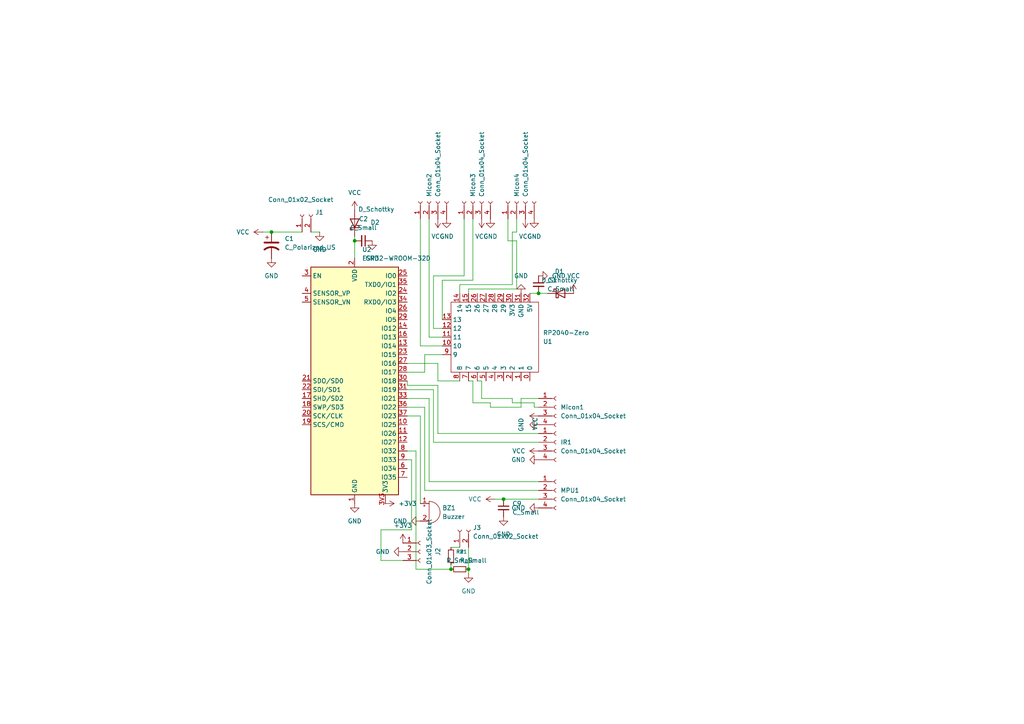
<source format=kicad_sch>
(kicad_sch (version 20250114) (generator "eeschema") (generator_version "9.0")
  (paper "A4")
  (lib_symbols
    (symbol "Connector:Conn_01x02_Socket" (pin_names (offset 1.016) (hide yes))
      (property "Reference" "J" (at 0 2.54 0))
      (property "Value" "Conn_01x02_Socket" (at 0 -5.08 0))
      (symbol "Conn_01x02_Socket_1_1"
        (polyline (pts (xy -1.27 0) (xy -0.508 0)) (stroke (width 0.1524)))
        (polyline (pts (xy -1.27 -2.54) (xy -0.508 -2.54)) (stroke (width 0.1524)))
        (arc (start 0 -0.508) (mid -0.5058 0) (end 0 0.508) (stroke (width 0.1524)))
        (arc (start 0 -3.048) (mid -0.5058 -2.54) (end 0 -2.032) (stroke (width 0.1524)))
        (pin passive line (at -5.08 0 0) (length 3.81) (name "Pin_1") (number "1"))
        (pin passive line (at -5.08 -2.54 0) (length 3.81) (name "Pin_2") (number "2"))
      )
    )
    (symbol "Connector:Conn_01x03_Socket" (pin_names (offset 1.016) (hide yes))
      (property "Reference" "J" (at 0 5.08 0))
      (property "Value" "Conn_01x03_Socket" (at 0 -5.08 0))
      (symbol "Conn_01x03_Socket_1_1"
        (polyline (pts (xy -1.27 2.54) (xy -0.508 2.54)) (stroke (width 0.1524)))
        (polyline (pts (xy -1.27 0) (xy -0.508 0)) (stroke (width 0.1524)))
        (polyline (pts (xy -1.27 -2.54) (xy -0.508 -2.54)) (stroke (width 0.1524)))
        (arc (start 0 2.032) (mid -0.5058 2.54) (end 0 3.048) (stroke (width 0.1524)))
        (arc (start 0 -0.508) (mid -0.5058 0) (end 0 0.508) (stroke (width 0.1524)))
        (arc (start 0 -3.048) (mid -0.5058 -2.54) (end 0 -2.032) (stroke (width 0.1524)))
        (pin passive line (at -5.08 2.54 0) (length 3.81) (name "Pin_1") (number "1"))
        (pin passive line (at -5.08 0 0) (length 3.81) (name "Pin_2") (number "2"))
        (pin passive line (at -5.08 -2.54 0) (length 3.81) (name "Pin_3") (number "3"))
      )
    )
    (symbol "Connector:Conn_01x04_Socket" (pin_names (offset 1.016) (hide yes))
      (property "Reference" "J" (at 0 5.08 0))
      (property "Value" "Conn_01x04_Socket" (at 0 -7.62 0))
      (symbol "Conn_01x04_Socket_1_1"
        (polyline (pts (xy -1.27 2.54) (xy -0.508 2.54)) (stroke (width 0.1524)))
        (polyline (pts (xy -1.27 0) (xy -0.508 0)) (stroke (width 0.1524)))
        (polyline (pts (xy -1.27 -2.54) (xy -0.508 -2.54)) (stroke (width 0.1524)))
        (polyline (pts (xy -1.27 -5.08) (xy -0.508 -5.08)) (stroke (width 0.1524)))
        (arc (start 0 2.032) (mid -0.5058 2.54) (end 0 3.048) (stroke (width 0.1524)))
        (arc (start 0 -0.508) (mid -0.5058 0) (end 0 0.508) (stroke (width 0.1524)))
        (arc (start 0 -3.048) (mid -0.5058 -2.54) (end 0 -2.032) (stroke (width 0.1524)))
        (arc (start 0 -5.588) (mid -0.5058 -5.08) (end 0 -4.572) (stroke (width 0.1524)))
        (pin passive line (at -5.08 2.54 0) (length 3.81) (name "Pin_1") (number "1"))
        (pin passive line (at -5.08 0 0) (length 3.81) (name "Pin_2") (number "2"))
        (pin passive line (at -5.08 -2.54 0) (length 3.81) (name "Pin_3") (number "3"))
        (pin passive line (at -5.08 -5.08 0) (length 3.81) (name "Pin_4") (number "4"))
      )
    )
    (symbol "Device:Buzzer" (pin_names (offset 0.0254) (hide yes))
      (property "Reference" "BZ" (at 3.81 1.27 0))
      (property "Value" "Buzzer" (at 3.81 -1.27 0))
      (symbol "Buzzer_0_1"
        (polyline (pts (xy -1.651 1.905) (xy -1.143 1.905)))
        (polyline (pts (xy -1.397 2.159) (xy -1.397 1.651)))
        (arc (start 0 3.175) (mid 3.1612 0) (end 0 -3.175))
        (polyline (pts (xy 0 3.175) (xy 0 -3.175)))
      )
      (symbol "Buzzer_1_1"
        (pin passive line (at -2.54 2.54 0) (length 2.54) (name "+") (number "1"))
        (pin passive line (at -2.54 -2.54 0) (length 2.54) (name "-") (number "2"))
      )
    )
    (symbol "Device:C_Polarized_US" (pin_numbers (hide yes)) (pin_names (offset 0.254) (hide yes))
      (property "Reference" "C" (at 0.635 2.54 0))
      (property "Value" "C_Polarized_US" (at 0.635 -2.54 0))
      (symbol "C_Polarized_US_0_1"
        (polyline (pts (xy -2.032 0.762) (xy 2.032 0.762)) (stroke (width 0.508)))
        (polyline (pts (xy -1.778 2.286) (xy -0.762 2.286)))
        (polyline (pts (xy -1.27 1.778) (xy -1.27 2.794)))
        (arc (start -2.032 -1.27) (mid 0 -0.5572) (end 2.032 -1.27) (stroke (width 0.508)))
      )
      (symbol "C_Polarized_US_1_1"
        (pin passive line (at 0 3.81 270) (length 2.794) (name "~") (number "1"))
        (pin passive line (at 0 -3.81 90) (length 3.302) (name "~") (number "2"))
      )
    )
    (symbol "Device:C_Small" (pin_numbers (hide yes)) (pin_names (offset 0.254) (hide yes))
      (property "Reference" "C" (at 0.254 1.778 0))
      (property "Value" "C_Small" (at 0.254 -2.032 0))
      (symbol "C_Small_0_1"
        (polyline (pts (xy -1.524 0.508) (xy 1.524 0.508)) (stroke (width 0.3048)))
        (polyline (pts (xy -1.524 -0.508) (xy 1.524 -0.508)) (stroke (width 0.3302)))
      )
      (symbol "C_Small_1_1"
        (pin passive line (at 0 2.54 270) (length 2.032) (name "~") (number "1"))
        (pin passive line (at 0 -2.54 90) (length 2.032) (name "~") (number "2"))
      )
    )
    (symbol "Device:D_Schottky" (pin_numbers (hide yes)) (pin_names (offset 1.016) (hide yes))
      (property "Reference" "D" (at 0 2.54 0))
      (property "Value" "D_Schottky" (at 0 -2.54 0))
      (symbol "D_Schottky_0_1"
        (polyline (pts (xy -1.905 0.635) (xy -1.905 1.27) (xy -1.27 1.27) (xy -1.27 -1.27) (xy -0.635 -1.27) (xy -0.635 -0.635)) (stroke (width 0.254)))
        (polyline (pts (xy 1.27 1.27) (xy 1.27 -1.27) (xy -1.27 0) (xy 1.27 1.27)) (stroke (width 0.254)))
        (polyline (pts (xy 1.27 0) (xy -1.27 0)))
      )
      (symbol "D_Schottky_1_1"
        (pin passive line (at -3.81 0 0) (length 2.54) (name "K") (number "1"))
        (pin passive line (at 3.81 0 180) (length 2.54) (name "A") (number "2"))
      )
    )
    (symbol "Device:R_Small" (pin_numbers (hide yes)) (pin_names (offset 0.254) (hide yes))
      (property "Reference" "R" (at 0 0 90))
      (property "Value" "R_Small" (at 1.778 0 90))
      (symbol "R_Small_0_1"
        (rectangle (start -0.762 1.778) (end 0.762 -1.778) (stroke (width 0.2032)))
      )
      (symbol "R_Small_1_1"
        (pin passive line (at 0 2.54 270) (length 0.762) (name "~") (number "1"))
        (pin passive line (at 0 -2.54 90) (length 0.762) (name "~") (number "2"))
      )
    )
    (symbol "RF_Module:ESP32-WROOM-32D"
      (property "Reference" "U2" (at 2.1433 38.1 0))
      (property "Value" "ESP32-WROOM-32D" (at 2.1433 35.56 0))
      (symbol "ESP32-WROOM-32D_0_1"
        (rectangle (start -12.7 33.02) (end 12.7 -33.02) (stroke (width 0.254)) (fill (type background)))
      )
      (symbol "ESP32-WROOM-32D_1_1"
        (pin input line (at -15.24 30.48 0) (length 2.54) (name "EN") (number "3"))
        (pin input line (at -15.24 25.4 0) (length 2.54) (name "SENSOR_VP") (number "4"))
        (pin input line (at -15.24 22.86 0) (length 2.54) (name "SENSOR_VN") (number "5"))
        (pin bidirectional line (at -15.24 0 0) (length 2.54) (name "SDO/SD0") (number "21"))
        (pin bidirectional line (at -15.24 -2.54 0) (length 2.54) (name "SDI/SD1") (number "22"))
        (pin bidirectional line (at -15.24 -5.08 0) (length 2.54) (name "SHD/SD2") (number "17"))
        (pin bidirectional line (at -15.24 -7.62 0) (length 2.54) (name "SWP/SD3") (number "18"))
        (pin bidirectional line (at -15.24 -10.16 0) (length 2.54) (name "SCK/CLK") (number "20"))
        (pin bidirectional line (at -15.24 -12.7 0) (length 2.54) (name "SCS/CMD") (number "19"))
        (pin no_connect line (at -12.7 -27.94 0) (length 2.54) (hide yes) (name "NC") (number "32"))
        (pin power_in line (at 0 35.56 270) (length 2.54) (name "VDD") (number "2"))
        (pin power_in line (at 0 -35.56 90) (length 2.54) (name "GND") (number "1"))
        (pin passive line (at 0 -35.56 90) (length 2.54) (hide yes) (name "GND") (number "15"))
        (pin passive line (at 0 -35.56 90) (length 2.54) (hide yes) (name "GND") (number "38"))
        (pin passive line (at 0 -35.56 90) (length 2.54) (hide yes) (name "GND") (number "39"))
        (pin power_out line (at 8.89 -35.56 90) (length 2.54) (name "3V3") (number "3V3"))
        (pin bidirectional line (at 15.24 30.48 180) (length 2.54) (name "IO0") (number "25"))
        (pin bidirectional line (at 15.24 27.94 180) (length 2.54) (name "TXD0/IO1") (number "35"))
        (pin bidirectional line (at 15.24 25.4 180) (length 2.54) (name "IO2") (number "24"))
        (pin bidirectional line (at 15.24 22.86 180) (length 2.54) (name "RXD0/IO3") (number "34"))
        (pin bidirectional line (at 15.24 20.32 180) (length 2.54) (name "IO4") (number "26"))
        (pin bidirectional line (at 15.24 17.78 180) (length 2.54) (name "IO5") (number "29"))
        (pin bidirectional line (at 15.24 15.24 180) (length 2.54) (name "IO12") (number "14"))
        (pin bidirectional line (at 15.24 12.7 180) (length 2.54) (name "IO13") (number "16"))
        (pin bidirectional line (at 15.24 10.16 180) (length 2.54) (name "IO14") (number "13"))
        (pin bidirectional line (at 15.24 7.62 180) (length 2.54) (name "IO15") (number "23"))
        (pin bidirectional line (at 15.24 5.08 180) (length 2.54) (name "IO16") (number "27"))
        (pin bidirectional line (at 15.24 2.54 180) (length 2.54) (name "IO17") (number "28"))
        (pin bidirectional line (at 15.24 0 180) (length 2.54) (name "IO18") (number "30"))
        (pin bidirectional line (at 15.24 -2.54 180) (length 2.54) (name "IO19") (number "31"))
        (pin bidirectional line (at 15.24 -5.08 180) (length 2.54) (name "IO21") (number "33"))
        (pin bidirectional line (at 15.24 -7.62 180) (length 2.54) (name "IO22") (number "36"))
        (pin bidirectional line (at 15.24 -10.16 180) (length 2.54) (name "IO23") (number "37"))
        (pin bidirectional line (at 15.24 -12.7 180) (length 2.54) (name "IO25") (number "10"))
        (pin bidirectional line (at 15.24 -15.24 180) (length 2.54) (name "IO26") (number "11"))
        (pin bidirectional line (at 15.24 -17.78 180) (length 2.54) (name "IO27") (number "12"))
        (pin bidirectional line (at 15.24 -20.32 180) (length 2.54) (name "IO32") (number "8"))
        (pin bidirectional line (at 15.24 -22.86 180) (length 2.54) (name "IO33") (number "9"))
        (pin input line (at 15.24 -25.4 180) (length 2.54) (name "IO34") (number "6"))
        (pin input line (at 15.24 -27.94 180) (length 2.54) (name "IO35") (number "7"))
      )
    )
    (symbol "isw-mcu:RP2040-Zero"
      (property "Reference" "U" (at 0 17.78 0))
      (property "Value" "RP2040-Zero" (at 0 15.24 0))
      (symbol "RP2040-Zero_0_1"
        (rectangle (start -10.16 12.7) (end 10.16 -12.7))
      )
      (symbol "RP2040-Zero_1_1"
        (pin power_out line (at -12.7 10.16 0) (length 2.54) (name "5V") (number "32"))
        (pin power_in line (at -12.7 7.62 0) (length 2.54) (name "GND") (number "31"))
        (pin power_out line (at -12.7 5.08 0) (length 2.54) (name "3V3") (number "30"))
        (pin bidirectional line (at -12.7 2.54 0) (length 2.54) (name "29") (number "29"))
        (pin bidirectional line (at -12.7 0 0) (length 2.54) (name "28") (number "28"))
        (pin bidirectional line (at -12.7 -2.54 0) (length 2.54) (name "27") (number "27"))
        (pin bidirectional line (at -12.7 -5.08 0) (length 2.54) (name "26") (number "26"))
        (pin bidirectional line (at -12.7 -7.62 0) (length 2.54) (name "15") (number "15"))
        (pin bidirectional line (at -12.7 -10.16 0) (length 2.54) (name "14") (number "14"))
        (pin bidirectional line (at -5.08 -15.24 90) (length 2.54) (name "13") (number "13"))
        (pin bidirectional line (at -2.54 -15.24 90) (length 2.54) (name "12") (number "12"))
        (pin bidirectional line (at 0 -15.24 90) (length 2.54) (name "11") (number "11"))
        (pin bidirectional line (at 2.54 -15.24 90) (length 2.54) (name "10") (number "10"))
        (pin bidirectional line (at 5.08 -15.24 90) (length 2.54) (name "9") (number "9"))
        (pin tri_state line (at 12.7 10.16 180) (length 2.54) (name "0") (number "0"))
        (pin bidirectional line (at 12.7 7.62 180) (length 2.54) (name "1") (number "1"))
        (pin bidirectional line (at 12.7 5.08 180) (length 2.54) (name "2") (number "2"))
        (pin bidirectional line (at 12.7 2.54 180) (length 2.54) (name "3") (number "3"))
        (pin bidirectional line (at 12.7 0 180) (length 2.54) (name "4") (number "4"))
        (pin bidirectional line (at 12.7 -2.54 180) (length 2.54) (name "5") (number "5"))
        (pin bidirectional line (at 12.7 -5.08 180) (length 2.54) (name "6") (number "6"))
        (pin bidirectional line (at 12.7 -7.62 180) (length 2.54) (name "7") (number "7"))
        (pin bidirectional line (at 12.7 -10.16 180) (length 2.54) (name "8") (number "8"))
      )
    )
    (symbol "power:+3V3" (power) (pin_numbers (hide yes)) (pin_names (offset 0) (hide yes))
      (property "Value" "+3V3" (at 0 3.556 0))
      (symbol "+3V3_0_1"
        (polyline (pts (xy -0.762 1.27) (xy 0 2.54)))
        (polyline (pts (xy 0 2.54) (xy 0.762 1.27)))
        (polyline (pts (xy 0 0) (xy 0 2.54)))
      )
      (symbol "+3V3_1_1"
        (pin power_in line (at 0 0 90) (length 0) (name "~") (number "1"))
      )
    )
    (symbol "power:GND" (power) (pin_numbers (hide yes)) (pin_names (offset 0) (hide yes))
      (property "Value" "GND" (at 0 -3.81 0))
      (symbol "GND_0_1"
        (polyline (pts (xy 0 0) (xy 0 -1.27) (xy 1.27 -1.27) (xy 0 -2.54) (xy -1.27 -1.27) (xy 0 -1.27)))
      )
      (symbol "GND_1_1"
        (pin power_in line (at 0 0 270) (length 0) (name "~") (number "1"))
      )
    )
    (symbol "power:VCC" (power) (pin_numbers (hide yes)) (pin_names (offset 0) (hide yes))
      (property "Value" "VCC" (at 0 3.556 0))
      (symbol "VCC_0_1"
        (polyline (pts (xy -0.762 1.27) (xy 0 2.54)))
        (polyline (pts (xy 0 2.54) (xy 0.762 1.27)))
        (polyline (pts (xy 0 0) (xy 0 2.54)))
      )
      (symbol "VCC_1_1"
        (pin power_in line (at 0 0 90) (length 0) (name "~") (number "1"))
      )
    )
  )
  (junction (at 102.87 69.85))
  (junction (at 130.81 165.1))
  (junction (at 78.74 67.31))
  (junction (at 156.21 85.09))
  (junction (at 146.05 144.78))
  (junction (at 135.89 165.1))
  (wire (pts (xy 128.27 95.25) (xy 125.73 95.25)))
  (wire (pts (xy 142.24 118.11) (xy 151.13 118.11)))
  (wire (pts (xy 148.59 116.84) (xy 154.94 116.84)))
  (wire (pts (xy 153.67 85.09) (xy 156.21 85.09)))
  (wire (pts (xy 137.16 110.49) (xy 135.89 110.49)))
  (wire (pts (xy 124.46 139.7) (xy 124.46 115.57)))
  (wire (pts (xy 120.65 130.81) (xy 118.11 130.81)))
  (wire (pts (xy 149.86 63.5) (xy 149.86 67.31)))
  (wire (pts (xy 154.94 118.11) (xy 156.21 118.11)))
  (wire (pts (xy 125.73 113.03) (xy 118.11 113.03)))
  (wire (pts (xy 130.81 158.75) (xy 133.35 158.75)))
  (wire (pts (xy 121.92 120.65) (xy 121.92 146.05)))
  (wire (pts (xy 151.13 115.57) (xy 156.21 115.57)))
  (wire (pts (xy 128.27 100.33) (xy 121.92 100.33)))
  (wire (pts (xy 123.19 102.87) (xy 123.19 107.95)))
  (wire (pts (xy 123.19 142.24) (xy 123.19 118.11)))
  (wire (pts (xy 137.16 81.28) (xy 137.16 63.5)))
  (wire (pts (xy 135.89 165.1) (xy 135.89 158.75)))
  (wire (pts (xy 148.59 115.57) (xy 148.59 116.84)))
  (wire (pts (xy 149.86 69.85) (xy 147.32 69.85)))
  (wire (pts (xy 149.86 83.82) (xy 135.89 83.82)))
  (wire (pts (xy 125.73 95.25) (xy 125.73 80.01)))
  (wire (pts (xy 130.81 165.1) (xy 120.65 165.1)))
  (wire (pts (xy 124.46 115.57) (xy 118.11 115.57)))
  (wire (pts (xy 110.49 153.67) (xy 119.38 153.67)))
  (wire (pts (xy 137.16 116.84) (xy 137.16 110.49)))
  (wire (pts (xy 110.49 162.56) (xy 116.84 162.56)))
  (wire (pts (xy 118.11 120.65) (xy 121.92 120.65)))
  (wire (pts (xy 128.27 102.87) (xy 123.19 102.87)))
  (wire (pts (xy 130.81 165.1) (xy 130.81 163.83)))
  (wire (pts (xy 127 111.76) (xy 127 125.73)))
  (wire (pts (xy 146.05 144.78) (xy 156.21 144.78)))
  (wire (pts (xy 124.46 63.5) (xy 124.46 97.79)))
  (wire (pts (xy 133.35 82.55) (xy 148.59 82.55)))
  (wire (pts (xy 110.49 153.67) (xy 110.49 162.56)))
  (wire (pts (xy 102.87 69.85) (xy 102.87 74.93)))
  (wire (pts (xy 127 125.73) (xy 156.21 125.73)))
  (wire (pts (xy 118.11 133.35) (xy 119.38 133.35)))
  (wire (pts (xy 102.87 68.58) (xy 102.87 69.85)))
  (wire (pts (xy 133.35 85.09) (xy 133.35 82.55)))
  (wire (pts (xy 135.89 83.82) (xy 135.89 85.09)))
  (wire (pts (xy 147.32 69.85) (xy 147.32 63.5)))
  (wire (pts (xy 149.86 67.31) (xy 148.59 67.31)))
  (wire (pts (xy 120.65 165.1) (xy 120.65 130.81)))
  (wire (pts (xy 123.19 142.24) (xy 156.21 142.24)))
  (wire (pts (xy 128.27 92.71) (xy 128.27 81.28)))
  (wire (pts (xy 134.62 80.01) (xy 134.62 63.5)))
  (wire (pts (xy 139.7 115.57) (xy 148.59 115.57)))
  (wire (pts (xy 142.24 116.84) (xy 137.16 116.84)))
  (wire (pts (xy 142.24 118.11) (xy 142.24 116.84)))
  (wire (pts (xy 92.71 67.31) (xy 90.17 67.31)))
  (wire (pts (xy 125.73 80.01) (xy 134.62 80.01)))
  (wire (pts (xy 151.13 118.11) (xy 151.13 115.57)))
  (wire (pts (xy 119.38 133.35) (xy 119.38 153.67)))
  (wire (pts (xy 121.92 100.33) (xy 121.92 63.5)))
  (wire (pts (xy 118.11 105.41) (xy 127 105.41)))
  (wire (pts (xy 128.27 81.28) (xy 137.16 81.28)))
  (wire (pts (xy 118.11 111.76) (xy 118.11 110.49)))
  (wire (pts (xy 124.46 139.7) (xy 156.21 139.7)))
  (wire (pts (xy 125.73 128.27) (xy 125.73 113.03)))
  (wire (pts (xy 123.19 107.95) (xy 118.11 107.95)))
  (wire (pts (xy 148.59 67.31) (xy 148.59 82.55)))
  (wire (pts (xy 135.89 166.37) (xy 135.89 165.1)))
  (wire (pts (xy 76.2 67.31) (xy 78.74 67.31)))
  (wire (pts (xy 127 110.49) (xy 133.35 110.49)))
  (wire (pts (xy 139.7 115.57) (xy 139.7 110.49)))
  (wire (pts (xy 139.7 110.49) (xy 138.43 110.49)))
  (wire (pts (xy 156.21 85.09) (xy 158.75 85.09)))
  (wire (pts (xy 154.94 116.84) (xy 154.94 118.11)))
  (wire (pts (xy 128.27 97.79) (xy 124.46 97.79)))
  (wire (pts (xy 78.74 67.31) (xy 87.63 67.31)))
  (wire (pts (xy 118.11 111.76) (xy 127 111.76)))
  (wire (pts (xy 156.21 128.27) (xy 125.73 128.27)))
  (wire (pts (xy 123.19 118.11) (xy 118.11 118.11)))
  (wire (pts (xy 127 110.49) (xy 127 105.41)))
  (wire (pts (xy 149.86 83.82) (xy 149.86 69.85)))
  (wire (pts (xy 143.51 144.78) (xy 146.05 144.78)))
  (symbol (lib_id "power:GND") (at 156.21 133.35 270) (unit 1)
    (property "Reference" "#PWR01" (effects (hide yes)))
    (property "Value" "GND" (at 152.4 133.3499 90) (effects (justify right)))
    (property "Description" "Power symbol creates a global label with name \"GND\" , ground" (effects (hide yes)))
  )
  (symbol (lib_id "Connector:Conn_01x04_Socket") (at 161.29 128.27 0) (unit 1)
    (property "Reference" "IR1" (at 162.56 128.2699 0) (effects (justify left)))
    (property "Value" "Conn_01x04_Socket" (at 162.56 130.8099 0) (effects (justify left)))
    (property "Footprint" "Connector_JST:JST_PH_S4B-PH-K_1x04_P2.00mm_Horizontal" (effects (hide yes)))
    (property "Description" "Generic connector, single row, 01x04, script generated" (effects (hide yes)))
  )
  (symbol (lib_id "power:VCC") (at 166.37 85.09 0) (unit 1)
    (property "Reference" "#PWR013" (effects (hide yes)))
    (property "Value" "VCC" (at 166.37 80.01 0))
    (property "Description" "Power symbol creates a global label with name \"VCC\"" (effects (hide yes)))
  )
  (symbol (lib_id "power:GND") (at 102.87 146.05 0) (unit 1)
    (property "Reference" "#PWR08" (effects (hide yes)))
    (property "Value" "GND" (at 102.87 151.13 0))
    (property "Description" "Power symbol creates a global label with name \"GND\" , ground" (effects (hide yes)))
  )
  (symbol (lib_id "RF_Module:ESP32-WROOM-32D") (at 102.87 110.49 0) (unit 1)
    (property "Reference" "U2" (at 105.0133 72.39 0) (effects (justify left)))
    (property "Value" "ESP32-WROOM-32D" (at 105.0133 74.93 0) (effects (justify left)))
    (property "Footprint" "Originary:ESP32_devModule" (effects (hide yes)))
    (property "Datasheet" "https://www.espressif.com/sites/default/files/documentation/esp32-wroom-32d_esp32-wroom-32u_datasheet_en.pdf" (effects (hide yes)))
    (property "Description" "RF Module, ESP32-D0WD SoC, Wi-Fi 802.11b/g/n, Bluetooth, BLE, 32-bit, 2.7-3.6V, onboard antenna, SMD" (effects (hide yes)))
  )
  (symbol (lib_id "power:+3V3") (at 116.84 157.48 0) (unit 1)
    (property "Reference" "#PWR024" (effects (hide yes)))
    (property "Value" "+3V3" (at 116.84 152.4 0))
    (property "Description" "Power symbol creates a global label with name \"+3V3\"" (effects (hide yes)))
  )
  (symbol (lib_id "power:VCC") (at 139.7 63.5 180) (unit 1)
    (property "Reference" "#PWR011" (effects (hide yes)))
    (property "Value" "VCC" (at 139.7 68.58 0))
    (property "Description" "Power symbol creates a global label with name \"VCC\"" (effects (hide yes)))
  )
  (symbol (lib_id "power:GND") (at 116.84 160.02 270) (unit 1)
    (property "Reference" "#PWR023" (effects (hide yes)))
    (property "Value" "GND" (at 113.03 160.0199 90) (effects (justify right)))
    (property "Description" "Power symbol creates a global label with name \"GND\" , ground" (effects (hide yes)))
  )
  (symbol (lib_id "Device:D_Schottky") (at 102.87 64.77 90) (unit 1)
    (property "Reference" "D2" (at 107.442 64.516 90) (effects (justify right)))
    (property "Value" "D_Schottky" (at 103.886 60.706 90) (effects (justify right)))
    (property "Footprint" "Diode_SMD:D_SOD-123" (effects (hide yes)))
    (property "Description" "Schottky diode" (effects (hide yes)))
  )
  (symbol (lib_id "Connector:Conn_01x04_Socket") (at 137.16 58.42 90) (unit 1)
    (property "Reference" "Micon3" (at 137.1599 57.15 0) (effects (justify left)))
    (property "Value" "Conn_01x04_Socket" (at 139.6999 57.15 0) (effects (justify left)))
    (property "Footprint" "Connector_JST:JST_PH_B4B-PH-K_1x04_P2.00mm_Vertical" (effects (hide yes)))
    (property "Description" "Generic connector, single row, 01x04, script generated" (effects (hide yes)))
  )
  (symbol (lib_id "power:GND") (at 92.71 67.31 0) (unit 1)
    (property "Reference" "#PWR018" (effects (hide yes)))
    (property "Value" "GND" (at 92.71 72.39 0))
    (property "Description" "Power symbol creates a global label with name \"GND\" , ground" (effects (hide yes)))
  )
  (symbol (lib_id "power:VCC") (at 76.2 67.31 90) (unit 1)
    (property "Reference" "#PWR017" (effects (hide yes)))
    (property "Value" "VCC" (at 72.39 67.3099 90) (effects (justify left)))
    (property "Description" "Power symbol creates a global label with name \"VCC\"" (effects (hide yes)))
  )
  (symbol (lib_id "Connector:Conn_01x04_Socket") (at 149.86 58.42 90) (unit 1)
    (property "Reference" "Micon4" (at 149.8599 57.15 0) (effects (justify left)))
    (property "Value" "Conn_01x04_Socket" (at 152.3999 57.15 0) (effects (justify left)))
    (property "Footprint" "Connector_JST:JST_PH_S4B-PH-K_1x04_P2.00mm_Horizontal" (effects (hide yes)))
    (property "Description" "Generic connector, single row, 01x04, script generated" (effects (hide yes)))
  )
  (symbol (lib_id "Device:R_Small") (at 130.81 161.29 0) (unit 1)
    (property "Reference" "R1" (at 133.35 160.0199 0) (effects (font (size 1.016 1.016)) (justify left)))
    (property "Value" "R_Small" (at 133.35 162.5599 0) (effects (justify left)))
    (property "Footprint" "Resistor_THT:R_Axial_DIN0207_L6.3mm_D2.5mm_P10.16mm_Horizontal" (effects (hide yes)))
    (property "Description" "Resistor, small symbol" (effects (hide yes)))
  )
  (symbol (lib_id "power:GND") (at 129.54 63.5 0) (unit 1)
    (property "Reference" "#PWR04" (effects (hide yes)))
    (property "Value" "GND" (at 129.54 68.58 0))
    (property "Description" "Power symbol creates a global label with name \"GND\" , ground" (effects (hide yes)))
  )
  (symbol (lib_id "isw-mcu:RP2040-Zero") (at 143.51 97.79 270) (unit 1)
    (property "Reference" "U1" (at 157.48 99.0601 90) (effects (justify left)))
    (property "Value" "RP2040-Zero" (at 157.48 96.5201 90) (effects (justify left)))
    (property "Footprint" "isw-kbd-lib-main:RP2040-Zero-THT" (effects (hide yes)))
  )
  (symbol (lib_id "power:GND") (at 107.95 69.85 0) (unit 1)
    (property "Reference" "#PWR020" (effects (hide yes)))
    (property "Value" "GND" (at 107.95 74.93 0))
    (property "Description" "Power symbol creates a global label with name \"GND\" , ground" (effects (hide yes)))
  )
  (symbol (lib_id "Device:R_Small") (at 133.35 165.1 90) (unit 1)
    (property "Reference" "R2" (at 133.35 160.02 90) (effects (font (size 1.016 1.016))))
    (property "Value" "R_Small" (at 133.35 162.56 90))
    (property "Footprint" "Resistor_THT:R_Axial_DIN0207_L6.3mm_D2.5mm_P10.16mm_Horizontal" (effects (hide yes)))
    (property "Description" "Resistor, small symbol" (effects (hide yes)))
  )
  (symbol (lib_id "power:GND") (at 135.89 166.37 0) (unit 1)
    (property "Reference" "#PWR026" (effects (hide yes)))
    (property "Value" "GND" (at 135.89 171.45 0))
    (property "Description" "Power symbol creates a global label with name \"GND\" , ground" (effects (hide yes)))
  )
  (symbol (lib_id "Connector:Conn_01x02_Socket") (at 133.35 153.67 90) (unit 1)
    (property "Reference" "J3" (at 137.16 153.0349 90) (effects (justify right)))
    (property "Value" "Conn_01x02_Socket" (at 137.16 155.5749 90) (effects (justify right)))
    (property "Footprint" "Connector_JST:JST_PH_B2B-PH-K_1x02_P2.00mm_Vertical" (effects (hide yes)))
    (property "Description" "Generic connector, single row, 01x02, script generated" (effects (hide yes)))
  )
  (symbol (lib_id "power:GND") (at 154.94 63.5 0) (unit 1)
    (property "Reference" "#PWR06" (effects (hide yes)))
    (property "Value" "GND" (at 154.94 68.58 0))
    (property "Description" "Power symbol creates a global label with name \"GND\" , ground" (effects (hide yes)))
  )
  (symbol (lib_id "power:GND") (at 151.13 85.09 180) (unit 1)
    (property "Reference" "#PWR07" (effects (hide yes)))
    (property "Value" "GND" (at 151.13 80.01 0))
    (property "Description" "Power symbol creates a global label with name \"GND\" , ground" (effects (hide yes)))
  )
  (symbol (lib_id "Device:D_Schottky") (at 162.56 85.09 0) (unit 1)
    (property "Reference" "D1" (at 162.2425 78.74 0))
    (property "Value" "D_Schottky" (at 162.2425 81.28 0))
    (property "Footprint" "Diode_SMD:D_SOD-123" (effects (hide yes)))
    (property "Description" "Schottky diode" (effects (hide yes)))
  )
  (symbol (lib_id "power:VCC") (at 156.21 120.65 90) (unit 1)
    (property "Reference" "#PWR09" (effects (hide yes)))
    (property "Value" "VCC" (at 155.194 122.936 0))
    (property "Description" "Power symbol creates a global label with name \"VCC\"" (effects (hide yes)))
  )
  (symbol (lib_id "power:VCC") (at 143.51 144.78 90) (unit 1)
    (property "Reference" "#PWR014" (effects (hide yes)))
    (property "Value" "VCC" (at 139.7 144.7799 90) (effects (justify left)))
    (property "Description" "Power symbol creates a global label with name \"VCC\"" (effects (hide yes)))
  )
  (symbol (lib_id "Device:C_Small") (at 156.21 82.55 0) (unit 1)
    (property "Reference" "C3" (at 158.75 81.2862 0) (effects (justify left)))
    (property "Value" "C_Small" (at 158.75 83.8262 0) (effects (justify left)))
    (property "Footprint" "Capacitor_Tantalum_SMD:CP_EIA-1608-08_AVX-J_HandSolder" (effects (hide yes)))
    (property "Description" "Unpolarized capacitor, small symbol" (effects (hide yes)))
  )
  (symbol (lib_id "Connector:Conn_01x04_Socket") (at 161.29 118.11 0) (unit 1)
    (property "Reference" "Micon1" (at 162.56 118.1099 0) (effects (justify left)))
    (property "Value" "Conn_01x04_Socket" (at 162.56 120.6499 0) (effects (justify left)))
    (property "Footprint" "Connector_JST:JST_PH_B4B-PH-K_1x04_P2.00mm_Vertical" (effects (hide yes)))
    (property "Description" "Generic connector, single row, 01x04, script generated" (effects (hide yes)))
  )
  (symbol (lib_id "Device:C_Polarized_US") (at 78.74 71.12 0) (unit 1)
    (property "Reference" "C1" (at 82.55 69.2149 0) (effects (justify left)))
    (property "Value" "C_Polarized_US" (at 82.55 71.7549 0) (effects (justify left)))
    (property "Footprint" "Capacitor_THT:CP_Radial_D8.0mm_P3.50mm" (effects (hide yes)))
    (property "Description" "Polarized capacitor, US symbol" (effects (hide yes)))
  )
  (symbol (lib_id "power:GND") (at 142.24 63.5 0) (unit 1)
    (property "Reference" "#PWR05" (effects (hide yes)))
    (property "Value" "GND" (at 142.24 68.58 0))
    (property "Description" "Power symbol creates a global label with name \"GND\" , ground" (effects (hide yes)))
  )
  (symbol (lib_id "power:VCC") (at 127 63.5 180) (unit 1)
    (property "Reference" "#PWR010" (effects (hide yes)))
    (property "Value" "VCC" (at 127 68.58 0))
    (property "Description" "Power symbol creates a global label with name \"VCC\"" (effects (hide yes)))
  )
  (symbol (lib_id "power:VCC") (at 152.4 63.5 180) (unit 1)
    (property "Reference" "#PWR012" (effects (hide yes)))
    (property "Value" "VCC" (at 152.4 68.58 0))
    (property "Description" "Power symbol creates a global label with name \"VCC\"" (effects (hide yes)))
  )
  (symbol (lib_id "Connector:Conn_01x03_Socket") (at 121.92 160.02 0) (unit 1)
    (property "Reference" "J2" (at 127 160.02 90))
    (property "Value" "Conn_01x03_Socket" (at 124.46 160.02 90))
    (property "Footprint" "Connector_JST:JST_PH_B3B-PH-K_1x03_P2.00mm_Vertical" (effects (hide yes)))
    (property "Description" "Generic connector, single row, 01x03, script generated" (effects (hide yes)))
  )
  (symbol (lib_id "power:GND") (at 121.92 151.13 270) (unit 1)
    (property "Reference" "#PWR022" (effects (hide yes)))
    (property "Value" "GND" (at 118.11 151.1299 90) (effects (justify right)))
    (property "Description" "Power symbol creates a global label with name \"GND\" , ground" (effects (hide yes)))
  )
  (symbol (lib_id "power:+3V3") (at 111.76 146.05 270) (unit 1)
    (property "Reference" "#PWR025" (effects (hide yes)))
    (property "Value" "+3V3" (at 115.57 146.0499 90) (effects (justify left)))
    (property "Description" "Power symbol creates a global label with name \"+3V3\"" (effects (hide yes)))
  )
  (symbol (lib_id "power:VCC") (at 102.87 60.96 0) (unit 1)
    (property "Reference" "#PWR016" (effects (hide yes)))
    (property "Value" "VCC" (at 102.87 55.88 0))
    (property "Description" "Power symbol creates a global label with name \"VCC\"" (effects (hide yes)))
  )
  (symbol (lib_id "Connector:Conn_01x02_Socket") (at 87.63 62.23 90) (unit 1)
    (property "Reference" "J1" (at 91.44 61.5949 90) (effects (justify right)))
    (property "Value" "Conn_01x02_Socket" (at 77.724 57.912 90) (effects (justify right)))
    (property "Footprint" "Connector_JST:JST_XH_S2B-XH-A-1_1x02_P2.50mm_Horizontal" (effects (hide yes)))
    (property "Description" "Generic connector, single row, 01x02, script generated" (effects (hide yes)))
  )
  (symbol (lib_id "power:GND") (at 156.21 147.32 270) (unit 1)
    (property "Reference" "#PWR02" (effects (hide yes)))
    (property "Value" "GND" (at 152.4 147.3199 90) (effects (justify right)))
    (property "Description" "Power symbol creates a global label with name \"GND\" , ground" (effects (hide yes)))
  )
  (symbol (lib_id "power:GND") (at 78.74 74.93 0) (unit 1)
    (property "Reference" "#PWR019" (effects (hide yes)))
    (property "Value" "GND" (at 78.74 80.01 0))
    (property "Description" "Power symbol creates a global label with name \"GND\" , ground" (effects (hide yes)))
  )
  (symbol (lib_id "Connector:Conn_01x04_Socket") (at 161.29 142.24 0) (unit 1)
    (property "Reference" "MPU1" (at 162.56 142.2399 0) (effects (justify left)))
    (property "Value" "Conn_01x04_Socket" (at 162.56 144.7799 0) (effects (justify left)))
    (property "Footprint" "Originary:MPU6050" (effects (hide yes)))
    (property "Description" "Generic connector, single row, 01x04, script generated" (effects (hide yes)))
  )
  (symbol (lib_id "Device:C_Small") (at 105.41 69.85 270) (unit 1)
    (property "Reference" "C2" (at 105.4036 63.5 90))
    (property "Value" "C_Small" (at 105.4036 66.04 90))
    (property "Footprint" "Capacitor_Tantalum_SMD:CP_EIA-1608-08_AVX-J_HandSolder" (effects (hide yes)))
    (property "Description" "Unpolarized capacitor, small symbol" (effects (hide yes)))
  )
  (symbol (lib_id "Connector:Conn_01x04_Socket") (at 124.46 58.42 90) (unit 1)
    (property "Reference" "Micon2" (at 124.4599 57.15 0) (effects (justify left)))
    (property "Value" "Conn_01x04_Socket" (at 126.9999 57.15 0) (effects (justify left)))
    (property "Footprint" "Connector_JST:JST_PH_B4B-PH-K_1x04_P2.00mm_Vertical" (effects (hide yes)))
    (property "Description" "Generic connector, single row, 01x04, script generated" (effects (hide yes)))
  )
  (symbol (lib_id "power:GND") (at 146.05 149.86 0) (unit 1)
    (property "Reference" "#PWR027" (effects (hide yes)))
    (property "Value" "GND" (at 146.05 154.94 0))
    (property "Description" "Power symbol creates a global label with name \"GND\" , ground" (effects (hide yes)))
  )
  (symbol (lib_id "power:GND") (at 156.21 123.19 270) (unit 1)
    (property "Reference" "#PWR03" (effects (hide yes)))
    (property "Value" "GND" (at 151.13 123.19 0))
    (property "Description" "Power symbol creates a global label with name \"GND\" , ground" (effects (hide yes)))
  )
  (symbol (lib_id "Device:Buzzer") (at 124.46 148.59 0) (unit 1)
    (property "Reference" "BZ1" (at 128.27 147.3199 0) (effects (justify left)))
    (property "Value" "Buzzer" (at 128.27 149.8599 0) (effects (justify left)))
    (property "Footprint" "Buzzer_Beeper:Buzzer_12x9.5RM7.6" (effects (hide yes)))
    (property "Description" "Buzzer, polarized" (effects (hide yes)))
  )
  (symbol (lib_id "power:VCC") (at 156.21 130.81 90) (unit 1)
    (property "Reference" "#PWR015" (effects (hide yes)))
    (property "Value" "VCC" (at 152.4 130.8099 90) (effects (justify left)))
    (property "Description" "Power symbol creates a global label with name \"VCC\"" (effects (hide yes)))
  )
  (symbol (lib_id "power:GND") (at 156.21 80.01 90) (unit 1)
    (property "Reference" "#PWR021" (effects (hide yes)))
    (property "Value" "GND" (at 160.02 80.0099 90) (effects (justify right)))
    (property "Description" "Power symbol creates a global label with name \"GND\" , ground" (effects (hide yes)))
  )
  (symbol (lib_id "Device:C_Small") (at 146.05 147.32 0) (unit 1)
    (property "Reference" "C9" (at 148.59 146.0562 0) (effects (justify left)))
    (property "Value" "C_Small" (at 148.59 148.5962 0) (effects (justify left)))
    (property "Footprint" "Capacitor_Tantalum_SMD:CP_EIA-1608-08_AVX-J_HandSolder" (effects (hide yes)))
    (property "Description" "Unpolarized capacitor, small symbol" (effects (hide yes)))
  )
)
</source>
